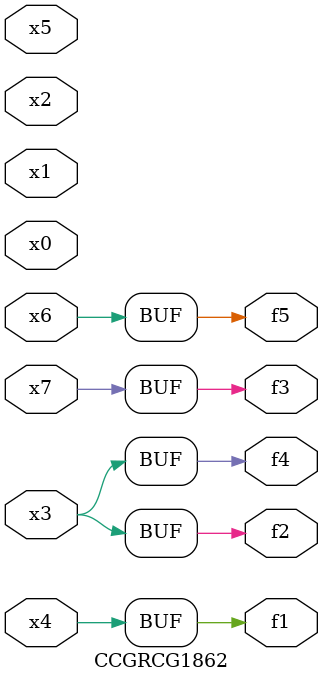
<source format=v>
module CCGRCG1862(
	input x0, x1, x2, x3, x4, x5, x6, x7,
	output f1, f2, f3, f4, f5
);
	assign f1 = x4;
	assign f2 = x3;
	assign f3 = x7;
	assign f4 = x3;
	assign f5 = x6;
endmodule

</source>
